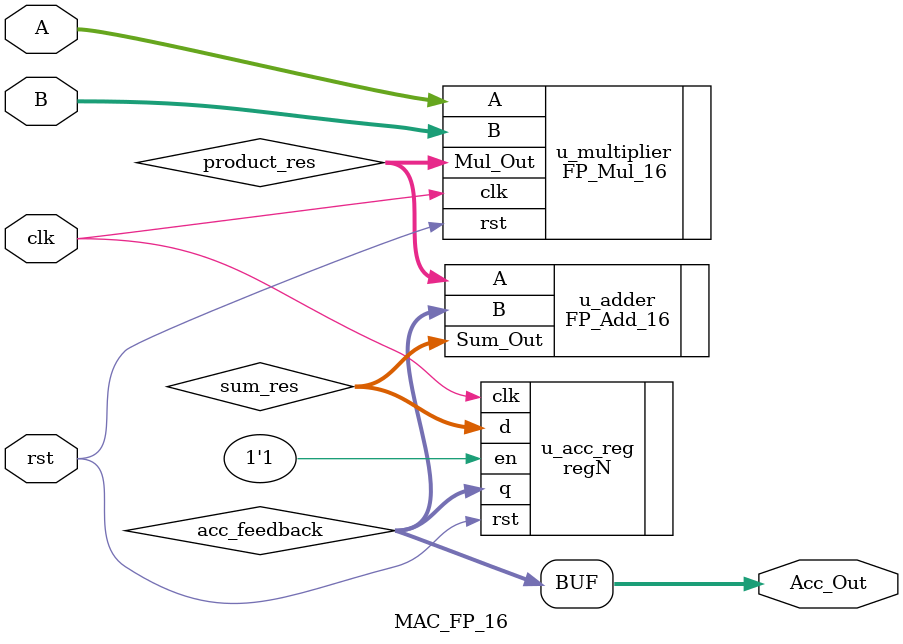
<source format=v>
`timescale 1ns / 1ps

module MAC_FP_16 (
    input wire clk,
    input wire rst,
    input wire [15:0] A,
    input wire [15:0] B,
    output wire [15:0] Acc_Out // Đầu ra của bộ tích lũy
);

    // --- Dây kết nối nội bộ ---
    wire [15:0] product_res;   // Kết quả nhân (Sau 5 chu kỳ)
    wire [15:0] sum_res;       // Kết quả cộng (Combinational)
    wire [15:0] acc_feedback;  // Dây hồi tiếp từ thanh ghi Acc quay lại bộ cộng

    // 1. Bộ Nhân (Strict Multiplier)
    // Latency: 5 chu kỳ clock
    FP_Mul_16 u_multiplier (
        .clk(clk), 
        .rst(rst),
        .A(A), 
        .B(B),
        .Mul_Out(product_res)
    );

    // 2. Bộ Cộng (Strict Adder)
    // Thực hiện: Product + Accumulator_Cũ
    FP_Add_16 u_adder (
        .A(product_res),   // Số hạng 1: Kết quả nhân
        .B(acc_feedback),  // Số hạng 2: Giá trị tích lũy hiện tại
        .Sum_Out(sum_res)
    );

    // 3. Thanh ghi Tích lũy (Accumulator Register)
    // Lưu trữ kết quả cộng tại sườn lên xung clock
    // Dùng module regN (đã có trong Basic_Structural.v)
    regN #(.WIDTH(16)) u_acc_reg (
        .clk(clk),
        .rst(rst),
        .en(1'b1),         // Luôn cho phép ghi (hoặc thêm logic enable nếu muốn)
        .d(sum_res),       // Input: Kết quả từ bộ cộng
        .q(acc_feedback)   // Output: Hồi tiếp về bộ cộng và ra ngoài
    );

    // Gán đầu ra
    assign Acc_Out = acc_feedback;

endmodule
</source>
